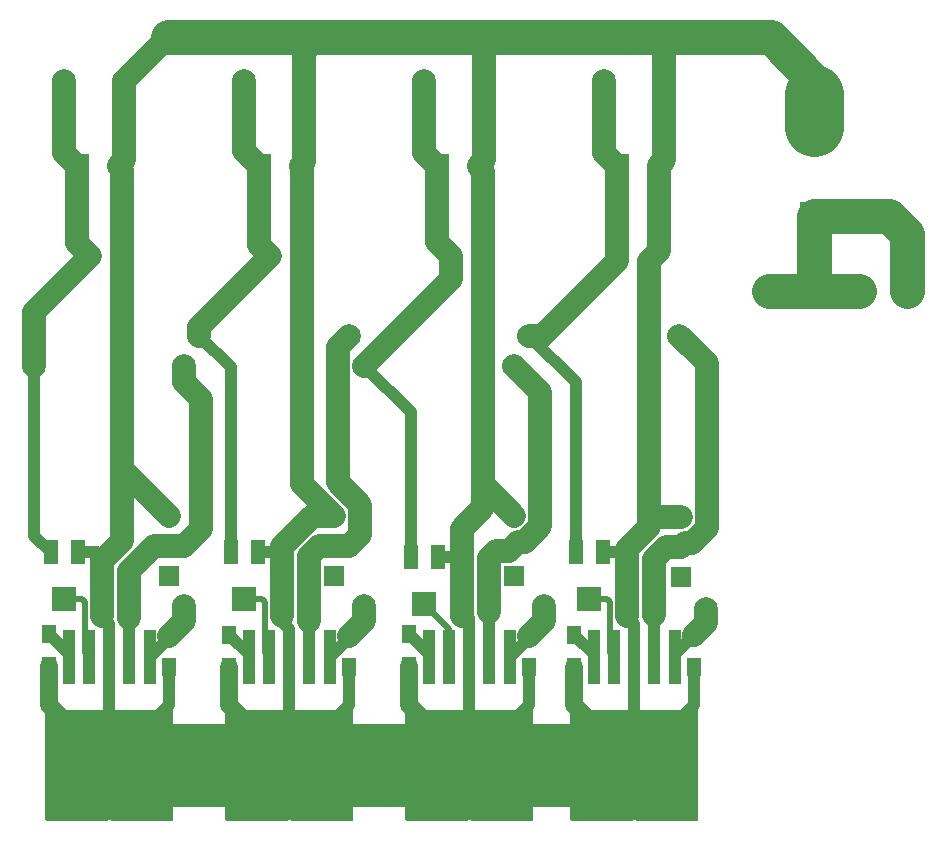
<source format=gbr>
G04 #@! TF.GenerationSoftware,KiCad,Pcbnew,5.0.2-bee76a0~70~ubuntu18.04.1*
G04 #@! TF.CreationDate,2019-06-23T22:02:32+02:00*
G04 #@! TF.ProjectId,smpsu,736d7073-752e-46b6-9963-61645f706362,rev?*
G04 #@! TF.SameCoordinates,Original*
G04 #@! TF.FileFunction,Copper,L1,Top*
G04 #@! TF.FilePolarity,Positive*
%FSLAX46Y46*%
G04 Gerber Fmt 4.6, Leading zero omitted, Abs format (unit mm)*
G04 Created by KiCad (PCBNEW 5.0.2-bee76a0~70~ubuntu18.04.1) date sön 23 jun 2019 22:02:32*
%MOMM*%
%LPD*%
G01*
G04 APERTURE LIST*
G04 #@! TA.AperFunction,ComponentPad*
%ADD10C,2.400000*%
G04 #@! TD*
G04 #@! TA.AperFunction,ComponentPad*
%ADD11R,2.400000X2.400000*%
G04 #@! TD*
G04 #@! TA.AperFunction,SMDPad,CuDef*
%ADD12R,1.300000X1.500000*%
G04 #@! TD*
G04 #@! TA.AperFunction,SMDPad,CuDef*
%ADD13R,1.500000X1.300000*%
G04 #@! TD*
G04 #@! TA.AperFunction,ComponentPad*
%ADD14C,2.000000*%
G04 #@! TD*
G04 #@! TA.AperFunction,ComponentPad*
%ADD15R,2.000000X2.000000*%
G04 #@! TD*
G04 #@! TA.AperFunction,SMDPad,CuDef*
%ADD16R,5.250000X4.550000*%
G04 #@! TD*
G04 #@! TA.AperFunction,SMDPad,CuDef*
%ADD17R,10.800000X9.400000*%
G04 #@! TD*
G04 #@! TA.AperFunction,SMDPad,CuDef*
%ADD18R,1.100000X4.600000*%
G04 #@! TD*
G04 #@! TA.AperFunction,ComponentPad*
%ADD19O,1.800000X1.800000*%
G04 #@! TD*
G04 #@! TA.AperFunction,ComponentPad*
%ADD20R,1.800000X1.800000*%
G04 #@! TD*
G04 #@! TA.AperFunction,ComponentPad*
%ADD21C,1.998980*%
G04 #@! TD*
G04 #@! TA.AperFunction,SMDPad,CuDef*
%ADD22R,1.300000X2.000000*%
G04 #@! TD*
G04 #@! TA.AperFunction,SMDPad,CuDef*
%ADD23R,2.000000X2.000000*%
G04 #@! TD*
G04 #@! TA.AperFunction,Conductor*
%ADD24C,5.000000*%
G04 #@! TD*
G04 #@! TA.AperFunction,Conductor*
%ADD25C,3.000000*%
G04 #@! TD*
G04 #@! TA.AperFunction,Conductor*
%ADD26C,1.000000*%
G04 #@! TD*
G04 #@! TA.AperFunction,Conductor*
%ADD27C,2.000000*%
G04 #@! TD*
G04 #@! TA.AperFunction,Conductor*
%ADD28C,1.500000*%
G04 #@! TD*
G04 #@! TA.AperFunction,Conductor*
%ADD29C,7.000000*%
G04 #@! TD*
G04 #@! TA.AperFunction,Conductor*
%ADD30C,0.500000*%
G04 #@! TD*
G04 APERTURE END LIST*
D10*
G04 #@! TO.P,C1,2*
G04 #@! TO.N,GND*
X148590000Y-76320000D03*
D11*
G04 #@! TO.P,C1,1*
G04 #@! TO.N,/Vin*
X148590000Y-83820000D03*
G04 #@! TD*
D12*
G04 #@! TO.P,C2,2*
G04 #@! TO.N,GND*
X109220000Y-122080000D03*
G04 #@! TO.P,C2,1*
G04 #@! TO.N,Net-(C2-Pad1)*
X109220000Y-119380000D03*
G04 #@! TD*
D13*
G04 #@! TO.P,C3,1*
G04 #@! TO.N,Net-(C3-Pad1)*
X102533555Y-87248003D03*
G04 #@! TO.P,C3,2*
G04 #@! TO.N,GND*
X105233555Y-87248003D03*
G04 #@! TD*
D14*
G04 #@! TO.P,C4,2*
G04 #@! TO.N,GND*
X105100000Y-79628003D03*
D15*
G04 #@! TO.P,C4,1*
G04 #@! TO.N,Net-(C3-Pad1)*
X101600000Y-79628003D03*
G04 #@! TD*
D12*
G04 #@! TO.P,C5,2*
G04 #@! TO.N,GND*
X93980000Y-122080000D03*
G04 #@! TO.P,C5,1*
G04 #@! TO.N,Net-(C5-Pad1)*
X93980000Y-119380000D03*
G04 #@! TD*
D13*
G04 #@! TO.P,C6,1*
G04 #@! TO.N,Net-(C6-Pad1)*
X87293555Y-87248003D03*
G04 #@! TO.P,C6,2*
G04 #@! TO.N,GND*
X89993555Y-87248003D03*
G04 #@! TD*
D15*
G04 #@! TO.P,C7,1*
G04 #@! TO.N,Net-(C6-Pad1)*
X86183555Y-79628003D03*
D14*
G04 #@! TO.P,C7,2*
G04 #@! TO.N,GND*
X89683555Y-79628003D03*
G04 #@! TD*
D12*
G04 #@! TO.P,C8,1*
G04 #@! TO.N,Net-(C8-Pad1)*
X124460000Y-119380000D03*
G04 #@! TO.P,C8,2*
G04 #@! TO.N,GND*
X124460000Y-122080000D03*
G04 #@! TD*
D13*
G04 #@! TO.P,C9,2*
G04 #@! TO.N,GND*
X120553555Y-87248003D03*
G04 #@! TO.P,C9,1*
G04 #@! TO.N,Net-(C10-Pad1)*
X117853555Y-87248003D03*
G04 #@! TD*
D14*
G04 #@! TO.P,C10,2*
G04 #@! TO.N,GND*
X120163555Y-79628003D03*
D15*
G04 #@! TO.P,C10,1*
G04 #@! TO.N,Net-(C10-Pad1)*
X116663555Y-79628003D03*
G04 #@! TD*
D12*
G04 #@! TO.P,C11,2*
G04 #@! TO.N,GND*
X138430000Y-122000000D03*
G04 #@! TO.P,C11,1*
G04 #@! TO.N,Net-(C11-Pad1)*
X138430000Y-119300000D03*
G04 #@! TD*
D13*
G04 #@! TO.P,C12,1*
G04 #@! TO.N,Net-(C12-Pad1)*
X131920000Y-87630000D03*
G04 #@! TO.P,C12,2*
G04 #@! TO.N,GND*
X134620000Y-87630000D03*
G04 #@! TD*
D15*
G04 #@! TO.P,C13,1*
G04 #@! TO.N,Net-(C12-Pad1)*
X131903555Y-79628003D03*
D14*
G04 #@! TO.P,C13,2*
G04 #@! TO.N,GND*
X135403555Y-79628003D03*
G04 #@! TD*
D12*
G04 #@! TO.P,R1,1*
G04 #@! TO.N,Net-(R1-Pad1)*
X99060000Y-119300000D03*
G04 #@! TO.P,R1,2*
G04 #@! TO.N,GND*
X99060000Y-122000000D03*
G04 #@! TD*
G04 #@! TO.P,R6,1*
G04 #@! TO.N,Net-(R6-Pad1)*
X83820000Y-119220000D03*
G04 #@! TO.P,R6,2*
G04 #@! TO.N,GND*
X83820000Y-121920000D03*
G04 #@! TD*
G04 #@! TO.P,R9,2*
G04 #@! TO.N,GND*
X114300000Y-121920000D03*
G04 #@! TO.P,R9,1*
G04 #@! TO.N,Net-(R9-Pad1)*
X114300000Y-119220000D03*
G04 #@! TD*
G04 #@! TO.P,R12,1*
G04 #@! TO.N,Net-(R12-Pad1)*
X128270000Y-119300000D03*
G04 #@! TO.P,R12,2*
G04 #@! TO.N,GND*
X128270000Y-122000000D03*
G04 #@! TD*
D16*
G04 #@! TO.P,U1,3*
G04 #@! TO.N,GND*
X101365000Y-127950000D03*
X106915000Y-132800000D03*
X106915000Y-127950000D03*
X101365000Y-132800000D03*
D17*
X104140000Y-130375000D03*
D18*
G04 #@! TO.P,U1,5*
G04 #@! TO.N,Net-(R1-Pad1)*
X100740000Y-121225000D03*
G04 #@! TO.P,U1,4*
G04 #@! TO.N,Net-(RV4-Pad2)*
X102440000Y-121225000D03*
G04 #@! TO.P,U1,3*
G04 #@! TO.N,GND*
X104140000Y-121225000D03*
G04 #@! TO.P,U1,2*
G04 #@! TO.N,Net-(D4-Pad2)*
X105840000Y-121225000D03*
G04 #@! TO.P,U1,1*
G04 #@! TO.N,Net-(C2-Pad1)*
X107540000Y-121225000D03*
G04 #@! TD*
D16*
G04 #@! TO.P,U2,3*
G04 #@! TO.N,GND*
X86125000Y-127950000D03*
X91675000Y-132800000D03*
X91675000Y-127950000D03*
X86125000Y-132800000D03*
D17*
X88900000Y-130375000D03*
D18*
G04 #@! TO.P,U2,5*
G04 #@! TO.N,Net-(R6-Pad1)*
X85500000Y-121225000D03*
G04 #@! TO.P,U2,4*
G04 #@! TO.N,Net-(RV1-Pad2)*
X87200000Y-121225000D03*
G04 #@! TO.P,U2,3*
G04 #@! TO.N,GND*
X88900000Y-121225000D03*
G04 #@! TO.P,U2,2*
G04 #@! TO.N,Net-(D1-Pad2)*
X90600000Y-121225000D03*
G04 #@! TO.P,U2,1*
G04 #@! TO.N,Net-(C5-Pad1)*
X92300000Y-121225000D03*
G04 #@! TD*
G04 #@! TO.P,U3,1*
G04 #@! TO.N,Net-(C8-Pad1)*
X122780000Y-121225000D03*
G04 #@! TO.P,U3,2*
G04 #@! TO.N,Net-(D3-Pad2)*
X121080000Y-121225000D03*
G04 #@! TO.P,U3,3*
G04 #@! TO.N,GND*
X119380000Y-121225000D03*
G04 #@! TO.P,U3,4*
G04 #@! TO.N,Net-(RV2-Pad2)*
X117680000Y-121225000D03*
G04 #@! TO.P,U3,5*
G04 #@! TO.N,Net-(R9-Pad1)*
X115980000Y-121225000D03*
D17*
G04 #@! TO.P,U3,3*
G04 #@! TO.N,GND*
X119380000Y-130375000D03*
D16*
X116605000Y-132800000D03*
X122155000Y-127950000D03*
X122155000Y-132800000D03*
X116605000Y-127950000D03*
G04 #@! TD*
D18*
G04 #@! TO.P,U4,1*
G04 #@! TO.N,Net-(C11-Pad1)*
X136750000Y-121225000D03*
G04 #@! TO.P,U4,2*
G04 #@! TO.N,Net-(D2-Pad2)*
X135050000Y-121225000D03*
G04 #@! TO.P,U4,3*
G04 #@! TO.N,GND*
X133350000Y-121225000D03*
G04 #@! TO.P,U4,4*
G04 #@! TO.N,Net-(RV3-Pad2)*
X131650000Y-121225000D03*
G04 #@! TO.P,U4,5*
G04 #@! TO.N,Net-(R12-Pad1)*
X129950000Y-121225000D03*
D17*
G04 #@! TO.P,U4,3*
G04 #@! TO.N,GND*
X133350000Y-130375000D03*
D16*
X130575000Y-132800000D03*
X136125000Y-127950000D03*
X136125000Y-132800000D03*
X130575000Y-127950000D03*
G04 #@! TD*
D19*
G04 #@! TO.P,D1,3*
G04 #@! TO.N,GND*
X93980000Y-109220000D03*
G04 #@! TO.P,D1,2*
G04 #@! TO.N,Net-(D1-Pad2)*
X93980000Y-111760000D03*
D20*
G04 #@! TO.P,D1,1*
G04 #@! TO.N,Net-(D1-Pad1)*
X93980000Y-114300000D03*
G04 #@! TD*
G04 #@! TO.P,D2,1*
G04 #@! TO.N,Net-(D2-Pad1)*
X137287000Y-114427000D03*
D19*
G04 #@! TO.P,D2,2*
G04 #@! TO.N,Net-(D2-Pad2)*
X137287000Y-111887000D03*
G04 #@! TO.P,D2,3*
G04 #@! TO.N,GND*
X137287000Y-109347000D03*
G04 #@! TD*
D20*
G04 #@! TO.P,D3,1*
G04 #@! TO.N,Net-(D3-Pad1)*
X123190000Y-114300000D03*
D19*
G04 #@! TO.P,D3,2*
G04 #@! TO.N,Net-(D3-Pad2)*
X123190000Y-111760000D03*
G04 #@! TO.P,D3,3*
G04 #@! TO.N,GND*
X123190000Y-109220000D03*
G04 #@! TD*
G04 #@! TO.P,D4,3*
G04 #@! TO.N,GND*
X107950000Y-109220000D03*
G04 #@! TO.P,D4,2*
G04 #@! TO.N,Net-(D4-Pad2)*
X107950000Y-111760000D03*
D20*
G04 #@! TO.P,D4,1*
G04 #@! TO.N,Net-(D4-Pad1)*
X107950000Y-114300000D03*
G04 #@! TD*
D21*
G04 #@! TO.P,L1,2*
G04 #@! TO.N,Net-(D4-Pad2)*
X109220000Y-93980000D03*
G04 #@! TO.P,L1,1*
G04 #@! TO.N,Net-(C3-Pad1)*
X96520000Y-93980000D03*
G04 #@! TD*
G04 #@! TO.P,L2,1*
G04 #@! TO.N,Net-(C6-Pad1)*
X82550000Y-96520000D03*
G04 #@! TO.P,L2,2*
G04 #@! TO.N,Net-(D1-Pad2)*
X95250000Y-96520000D03*
G04 #@! TD*
G04 #@! TO.P,L3,1*
G04 #@! TO.N,Net-(C10-Pad1)*
X110490000Y-96520000D03*
G04 #@! TO.P,L3,2*
G04 #@! TO.N,Net-(D3-Pad2)*
X123190000Y-96520000D03*
G04 #@! TD*
G04 #@! TO.P,L4,2*
G04 #@! TO.N,Net-(D2-Pad2)*
X137160000Y-93980000D03*
G04 #@! TO.P,L4,1*
G04 #@! TO.N,Net-(C12-Pad1)*
X124460000Y-93980000D03*
G04 #@! TD*
G04 #@! TO.P,J1,1*
G04 #@! TO.N,Net-(C6-Pad1)*
X85090000Y-72390000D03*
G04 #@! TD*
G04 #@! TO.P,J2,1*
G04 #@! TO.N,GND*
X120650000Y-72390000D03*
G04 #@! TD*
G04 #@! TO.P,J3,1*
G04 #@! TO.N,Net-(C10-Pad1)*
X115570000Y-72390000D03*
G04 #@! TD*
G04 #@! TO.P,J4,1*
G04 #@! TO.N,GND*
X135890000Y-72390000D03*
G04 #@! TD*
G04 #@! TO.P,J5,1*
G04 #@! TO.N,Net-(C12-Pad1)*
X130810000Y-72390000D03*
G04 #@! TD*
G04 #@! TO.P,J6,1*
G04 #@! TO.N,GND*
X90170000Y-72390000D03*
G04 #@! TD*
G04 #@! TO.P,J7,1*
G04 #@! TO.N,Net-(C3-Pad1)*
X100330000Y-72390000D03*
G04 #@! TD*
G04 #@! TO.P,J8,1*
G04 #@! TO.N,GND*
X105410000Y-72390000D03*
G04 #@! TD*
D22*
G04 #@! TO.P,RV1,3*
G04 #@! TO.N,GND*
X86240000Y-112300000D03*
D23*
G04 #@! TO.P,RV1,2*
G04 #@! TO.N,Net-(RV1-Pad2)*
X85090000Y-116300000D03*
D22*
G04 #@! TO.P,RV1,1*
G04 #@! TO.N,Net-(C6-Pad1)*
X83940000Y-112300000D03*
G04 #@! TD*
G04 #@! TO.P,RV2,1*
G04 #@! TO.N,Net-(C10-Pad1)*
X114420000Y-112705001D03*
D23*
G04 #@! TO.P,RV2,2*
G04 #@! TO.N,Net-(RV2-Pad2)*
X115570000Y-116705001D03*
D22*
G04 #@! TO.P,RV2,3*
G04 #@! TO.N,GND*
X116720000Y-112705001D03*
G04 #@! TD*
G04 #@! TO.P,RV3,3*
G04 #@! TO.N,GND*
X130690000Y-112300000D03*
D23*
G04 #@! TO.P,RV3,2*
G04 #@! TO.N,Net-(RV3-Pad2)*
X129540000Y-116300000D03*
D22*
G04 #@! TO.P,RV3,1*
G04 #@! TO.N,Net-(C12-Pad1)*
X128390000Y-112300000D03*
G04 #@! TD*
G04 #@! TO.P,RV4,1*
G04 #@! TO.N,Net-(C3-Pad1)*
X99180000Y-112300000D03*
D23*
G04 #@! TO.P,RV4,2*
G04 #@! TO.N,Net-(RV4-Pad2)*
X100330000Y-116300000D03*
D22*
G04 #@! TO.P,RV4,3*
G04 #@! TO.N,GND*
X101480000Y-112300000D03*
G04 #@! TD*
D21*
G04 #@! TO.P,J9,1*
G04 #@! TO.N,Net-(C5-Pad1)*
X95250000Y-116840000D03*
G04 #@! TD*
G04 #@! TO.P,J10,1*
G04 #@! TO.N,Net-(C8-Pad1)*
X125730000Y-116840000D03*
G04 #@! TD*
G04 #@! TO.P,J11,1*
G04 #@! TO.N,Net-(C11-Pad1)*
X139446000Y-117094000D03*
G04 #@! TD*
G04 #@! TO.P,J12,1*
G04 #@! TO.N,/Vin*
X147320000Y-90170000D03*
G04 #@! TD*
G04 #@! TO.P,J13,1*
G04 #@! TO.N,/Vin*
X152400000Y-90170000D03*
G04 #@! TD*
G04 #@! TO.P,J14,1*
G04 #@! TO.N,/Vin*
X144780000Y-90170000D03*
G04 #@! TD*
G04 #@! TO.P,J15,1*
G04 #@! TO.N,/Vin*
X149860000Y-90170000D03*
G04 #@! TD*
G04 #@! TO.P,J16,1*
G04 #@! TO.N,/Vin*
X156464000Y-90170000D03*
G04 #@! TD*
G04 #@! TO.P,J17,1*
G04 #@! TO.N,Net-(C2-Pad1)*
X110490000Y-116840000D03*
G04 #@! TD*
D24*
G04 #@! TO.N,GND*
X148590000Y-76320000D02*
X148590000Y-73538013D01*
D25*
X148590000Y-72390000D02*
X144928013Y-68728013D01*
X148590000Y-73538013D02*
X148590000Y-72390000D01*
X106680000Y-68728013D02*
X93831987Y-68728013D01*
X120650000Y-68728013D02*
X106680000Y-68728013D01*
X144928013Y-68728013D02*
X135890000Y-68728013D01*
X135890000Y-68728013D02*
X120650000Y-68728013D01*
D26*
X88900000Y-121225000D02*
X88900000Y-130375000D01*
X104140000Y-121225000D02*
X104140000Y-130375000D01*
X119380000Y-121225000D02*
X119380000Y-130375000D01*
X133350000Y-121225000D02*
X133350000Y-130375000D01*
D27*
X90170000Y-79141558D02*
X89683555Y-79628003D01*
X90170000Y-72390000D02*
X90170000Y-79141558D01*
X105410000Y-79318003D02*
X105100000Y-79628003D01*
X105410000Y-72390000D02*
X105410000Y-79318003D01*
X120650000Y-79141558D02*
X120163555Y-79628003D01*
X120650000Y-72390000D02*
X120650000Y-79141558D01*
X135890000Y-79141558D02*
X135403555Y-79628003D01*
X135890000Y-72390000D02*
X135890000Y-79141558D01*
X135403555Y-86846445D02*
X134620000Y-87630000D01*
X135403555Y-79628003D02*
X135403555Y-86846445D01*
X120553555Y-80018003D02*
X120163555Y-79628003D01*
X120553555Y-87248003D02*
X120553555Y-80018003D01*
X105233555Y-79761558D02*
X105100000Y-79628003D01*
X105233555Y-87248003D02*
X105233555Y-79761558D01*
X89993555Y-79938003D02*
X89683555Y-79628003D01*
X89993555Y-87248003D02*
X89993555Y-79938003D01*
X90170000Y-72390000D02*
X93831987Y-68728013D01*
X105410000Y-69998013D02*
X106680000Y-68728013D01*
X105410000Y-72390000D02*
X105410000Y-69998013D01*
X120650000Y-72390000D02*
X120650000Y-68728013D01*
X135890000Y-72390000D02*
X135890000Y-68728013D01*
X134620000Y-90280000D02*
X134620000Y-87630000D01*
D28*
X128270000Y-125295000D02*
X133350000Y-130375000D01*
X128270000Y-122000000D02*
X128270000Y-125295000D01*
X114300000Y-125295000D02*
X119380000Y-130375000D01*
X114300000Y-121920000D02*
X114300000Y-125295000D01*
X99060000Y-122000000D02*
X99060000Y-125295000D01*
X99060000Y-125295000D02*
X104140000Y-130375000D01*
X83820000Y-125295000D02*
X88900000Y-130375000D01*
X83820000Y-121920000D02*
X83820000Y-125295000D01*
D29*
X88900000Y-130375000D02*
X104140000Y-130375000D01*
X104140000Y-130375000D02*
X119380000Y-130375000D01*
X119380000Y-130375000D02*
X133350000Y-130375000D01*
D26*
X138430000Y-125295000D02*
X133350000Y-130375000D01*
X138430000Y-122000000D02*
X138430000Y-125295000D01*
X124460000Y-125295000D02*
X119380000Y-130375000D01*
X124460000Y-122080000D02*
X124460000Y-125295000D01*
X109220000Y-125295000D02*
X104140000Y-130375000D01*
X109220000Y-122080000D02*
X109220000Y-125295000D01*
X93980000Y-125295000D02*
X88900000Y-130375000D01*
X93980000Y-122080000D02*
X93980000Y-125295000D01*
D27*
X137287000Y-109347000D02*
X136014208Y-109347000D01*
X136014208Y-109347000D02*
X134620000Y-109347000D01*
X134620000Y-109347000D02*
X134620000Y-90280000D01*
X120553555Y-106583555D02*
X123190000Y-109220000D01*
X120553555Y-87248003D02*
X120553555Y-106583555D01*
X105233555Y-106503555D02*
X107950000Y-109220000D01*
X105233555Y-87248003D02*
X105233555Y-106503555D01*
X89993555Y-105233555D02*
X93980000Y-109220000D01*
X89993555Y-87248003D02*
X89993555Y-105233555D01*
X89993555Y-111362371D02*
X88265000Y-113090926D01*
X89993555Y-105233555D02*
X89993555Y-111362371D01*
X88265000Y-113090926D02*
X88265000Y-117724999D01*
X106105925Y-109220000D02*
X103505000Y-111820925D01*
X107950000Y-109220000D02*
X106105925Y-109220000D01*
X103505000Y-111820925D02*
X103505000Y-117724999D01*
X120553555Y-108521446D02*
X118745000Y-110330001D01*
X120553555Y-106583555D02*
X120553555Y-108521446D01*
X134620000Y-110169925D02*
X132715000Y-112074925D01*
X134620000Y-109347000D02*
X134620000Y-110169925D01*
X132715000Y-112074925D02*
X132715000Y-117724999D01*
D26*
X88900000Y-118359999D02*
X88265000Y-117724999D01*
X88900000Y-121225000D02*
X88900000Y-118359999D01*
X103505000Y-118224999D02*
X103505000Y-117724999D01*
X104140000Y-118859999D02*
X103505000Y-118224999D01*
X104140000Y-121225000D02*
X104140000Y-118859999D01*
X119179999Y-117724999D02*
X118745000Y-117724999D01*
X119380000Y-117925000D02*
X119179999Y-117724999D01*
X119380000Y-121225000D02*
X119380000Y-117925000D01*
X133350000Y-118359999D02*
X132715000Y-117724999D01*
X133350000Y-121225000D02*
X133350000Y-118359999D01*
X88265000Y-112675000D02*
X88265000Y-113090926D01*
X87890000Y-112300000D02*
X88265000Y-112675000D01*
X86240000Y-112300000D02*
X87890000Y-112300000D01*
X103505000Y-111925000D02*
X103505000Y-111820925D01*
X103130000Y-112300000D02*
X103505000Y-111925000D01*
X101480000Y-112300000D02*
X103130000Y-112300000D01*
X116720000Y-112705001D02*
X118434999Y-112705001D01*
D27*
X118745000Y-110330001D02*
X118745000Y-112395000D01*
D26*
X118434999Y-112705001D02*
X118745000Y-112395000D01*
D27*
X118745000Y-112395000D02*
X118745000Y-117724999D01*
D26*
X132489925Y-112300000D02*
X132715000Y-112074925D01*
X130690000Y-112300000D02*
X132489925Y-112300000D01*
D25*
G04 #@! TO.N,/Vin*
X144780000Y-90170000D02*
X147320000Y-90170000D01*
X149860000Y-90170000D02*
X152400000Y-90170000D01*
X147320000Y-90170000D02*
X148590000Y-90170000D01*
X148590000Y-83820000D02*
X148590000Y-90170000D01*
X148590000Y-90170000D02*
X149860000Y-90170000D01*
X156464000Y-90170000D02*
X156464000Y-85344000D01*
X154940000Y-83820000D02*
X148590000Y-83820000D01*
X156464000Y-85344000D02*
X154940000Y-83820000D01*
D27*
G04 #@! TO.N,Net-(C3-Pad1)*
X96520000Y-93261558D02*
X102533555Y-87248003D01*
X96520000Y-93980000D02*
X96520000Y-93261558D01*
X100330000Y-78358003D02*
X101600000Y-79628003D01*
X100330000Y-72390000D02*
X100330000Y-78358003D01*
X101600000Y-86314448D02*
X102533555Y-87248003D01*
X101600000Y-79628003D02*
X101600000Y-86314448D01*
D26*
X99180000Y-96640000D02*
X99180000Y-112300000D01*
X96520000Y-93980000D02*
X99180000Y-96640000D01*
D27*
G04 #@! TO.N,Net-(C6-Pad1)*
X82550000Y-91991558D02*
X87293555Y-87248003D01*
X82550000Y-96520000D02*
X82550000Y-91991558D01*
X85090000Y-78534448D02*
X86183555Y-79628003D01*
X85090000Y-72390000D02*
X85090000Y-78534448D01*
X86183555Y-86138003D02*
X87293555Y-87248003D01*
X86183555Y-79628003D02*
X86183555Y-86138003D01*
D26*
X82550000Y-110910000D02*
X83940000Y-112300000D01*
X82550000Y-96520000D02*
X82550000Y-110910000D01*
D27*
G04 #@! TO.N,Net-(C10-Pad1)*
X117853555Y-89156445D02*
X117853555Y-87248003D01*
X110490000Y-96520000D02*
X117853555Y-89156445D01*
X115570000Y-78534448D02*
X116663555Y-79628003D01*
X115570000Y-72390000D02*
X115570000Y-78534448D01*
X116663555Y-86058003D02*
X117853555Y-87248003D01*
X116663555Y-79628003D02*
X116663555Y-86058003D01*
D26*
X114420000Y-100450000D02*
X114420000Y-112705001D01*
X110490000Y-96520000D02*
X114420000Y-100450000D01*
D27*
G04 #@! TO.N,Net-(C12-Pad1)*
X125570000Y-93980000D02*
X131920000Y-87630000D01*
X124460000Y-93980000D02*
X125570000Y-93980000D01*
X130810000Y-78534448D02*
X131903555Y-79628003D01*
X130810000Y-72390000D02*
X130810000Y-78534448D01*
X131903555Y-87613555D02*
X131920000Y-87630000D01*
X131903555Y-79628003D02*
X131903555Y-87613555D01*
D26*
X128390000Y-97910000D02*
X128390000Y-112300000D01*
X124460000Y-93980000D02*
X128390000Y-97910000D01*
G04 #@! TO.N,Net-(R1-Pad1)*
X100740000Y-120980000D02*
X99060000Y-119300000D01*
X100740000Y-121225000D02*
X100740000Y-120980000D01*
G04 #@! TO.N,Net-(R6-Pad1)*
X85500000Y-120900000D02*
X83820000Y-119220000D01*
X85500000Y-121225000D02*
X85500000Y-120900000D01*
G04 #@! TO.N,Net-(R9-Pad1)*
X115980000Y-120900000D02*
X114300000Y-119220000D01*
X115980000Y-121225000D02*
X115980000Y-120900000D01*
G04 #@! TO.N,Net-(R12-Pad1)*
X129950000Y-120980000D02*
X128270000Y-119300000D01*
X129950000Y-121225000D02*
X129950000Y-120980000D01*
D30*
G04 #@! TO.N,Net-(RV1-Pad2)*
X86590000Y-116300000D02*
X85090000Y-116300000D01*
X86814990Y-116524990D02*
X86590000Y-116300000D01*
X86814990Y-120839990D02*
X86814990Y-116524990D01*
X87200000Y-121225000D02*
X86814990Y-120839990D01*
G04 #@! TO.N,Net-(RV2-Pad2)*
X117680000Y-118815001D02*
X115570000Y-116705001D01*
X117680000Y-121225000D02*
X117680000Y-118815001D01*
G04 #@! TO.N,Net-(RV3-Pad2)*
X131040000Y-116300000D02*
X129540000Y-116300000D01*
X131264990Y-116524990D02*
X131040000Y-116300000D01*
X131264990Y-120839990D02*
X131264990Y-116524990D01*
X131650000Y-121225000D02*
X131264990Y-120839990D01*
G04 #@! TO.N,Net-(RV4-Pad2)*
X101830000Y-116300000D02*
X100330000Y-116300000D01*
X102054990Y-116524990D02*
X101830000Y-116300000D01*
X102054990Y-120839990D02*
X102054990Y-116524990D01*
X102440000Y-121225000D02*
X102054990Y-120839990D01*
D27*
G04 #@! TO.N,Net-(C2-Pad1)*
X110490000Y-118110000D02*
X109220000Y-119380000D01*
X110490000Y-116840000D02*
X110490000Y-118110000D01*
D26*
X109220000Y-119545000D02*
X107540000Y-121225000D01*
X109220000Y-119380000D02*
X109220000Y-119545000D01*
D27*
G04 #@! TO.N,Net-(C5-Pad1)*
X95250000Y-118110000D02*
X93980000Y-119380000D01*
X95250000Y-116840000D02*
X95250000Y-118110000D01*
D26*
X93980000Y-119545000D02*
X92300000Y-121225000D01*
X93980000Y-119380000D02*
X93980000Y-119545000D01*
D27*
G04 #@! TO.N,Net-(C8-Pad1)*
X125730000Y-118110000D02*
X124460000Y-119380000D01*
X125730000Y-116840000D02*
X125730000Y-118110000D01*
D26*
X124460000Y-119545000D02*
X122780000Y-121225000D01*
X124460000Y-119380000D02*
X124460000Y-119545000D01*
D27*
G04 #@! TO.N,Net-(C11-Pad1)*
X139446000Y-118284000D02*
X138430000Y-119300000D01*
X139446000Y-117094000D02*
X139446000Y-118284000D01*
D26*
X136750000Y-120980000D02*
X138430000Y-119300000D01*
X136750000Y-121225000D02*
X136750000Y-120980000D01*
D27*
G04 #@! TO.N,Net-(D1-Pad2)*
X95250000Y-97933492D02*
X96647000Y-99330492D01*
X95250000Y-96520000D02*
X95250000Y-97933492D01*
X95252792Y-111760000D02*
X93980000Y-111760000D01*
X96647000Y-110365792D02*
X95252792Y-111760000D01*
X96647000Y-99330492D02*
X96647000Y-110365792D01*
X90551000Y-113916208D02*
X90551000Y-117865998D01*
X92707208Y-111760000D02*
X90551000Y-113916208D01*
X93980000Y-111760000D02*
X92707208Y-111760000D01*
D26*
X90600000Y-117914998D02*
X90600000Y-121225000D01*
X90551000Y-117865998D02*
X90600000Y-117914998D01*
D27*
G04 #@! TO.N,Net-(D2-Pad2)*
X138159489Y-94979489D02*
X137160000Y-93980000D01*
X139487010Y-96307010D02*
X138159489Y-94979489D01*
X139487010Y-110258273D02*
X139487010Y-96307010D01*
X138198273Y-111547010D02*
X139487010Y-110258273D01*
X137626990Y-111547010D02*
X138198273Y-111547010D01*
X137287000Y-111887000D02*
X137626990Y-111547010D01*
X136014208Y-111887000D02*
X135001000Y-112900208D01*
X137287000Y-111887000D02*
X136014208Y-111887000D01*
X135001000Y-112900208D02*
X135001000Y-117602000D01*
D26*
X135050000Y-117651000D02*
X135050000Y-121225000D01*
X135001000Y-117602000D02*
X135050000Y-117651000D01*
D27*
G04 #@! TO.N,Net-(D3-Pad2)*
X123529992Y-111420008D02*
X123190000Y-111760000D01*
X125390008Y-110131274D02*
X124101274Y-111420008D01*
X124101274Y-111420008D02*
X123529992Y-111420008D01*
X125390008Y-98720008D02*
X125390008Y-110131274D01*
X123190000Y-96520000D02*
X125390008Y-98720008D01*
X121607001Y-112199999D02*
X121031000Y-112776000D01*
X123190000Y-111760000D02*
X122750001Y-112199999D01*
X122750001Y-112199999D02*
X121607001Y-112199999D01*
X121031000Y-112776000D02*
X121031000Y-117348000D01*
D26*
X121080000Y-117397000D02*
X121080000Y-121225000D01*
X121031000Y-117348000D02*
X121080000Y-117397000D01*
D27*
G04 #@! TO.N,Net-(D4-Pad2)*
X109222792Y-111760000D02*
X107950000Y-111760000D01*
X110150008Y-110832784D02*
X109222792Y-111760000D01*
X110150008Y-108308726D02*
X110150008Y-110832784D01*
X108220511Y-106379229D02*
X110150008Y-108308726D01*
X108220511Y-94979489D02*
X108220511Y-106379229D01*
X109220000Y-93980000D02*
X108220511Y-94979489D01*
X106677208Y-111760000D02*
X105791000Y-112646208D01*
X107950000Y-111760000D02*
X106677208Y-111760000D01*
X105791000Y-112646208D02*
X105791000Y-118110000D01*
D26*
X105791000Y-121176000D02*
X105840000Y-121225000D01*
X105791000Y-118110000D02*
X105791000Y-121176000D01*
G04 #@! TD*
M02*

</source>
